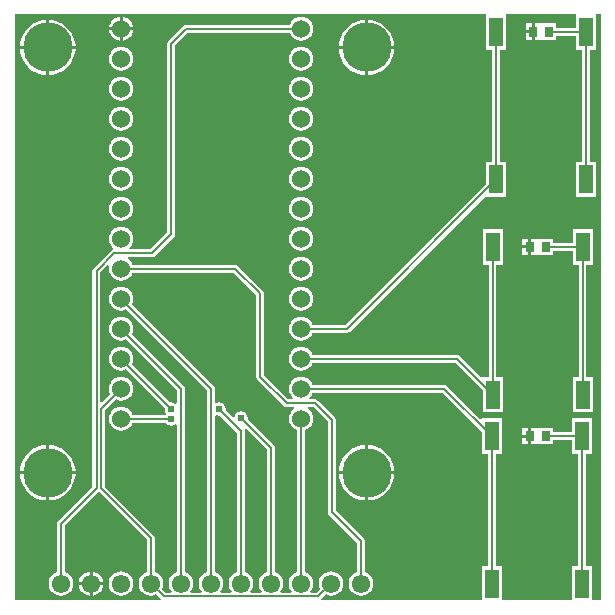
<source format=gtl>
%FSLAX23Y23*%
%MOIN*%
G70*
G01*
G75*
G04 Layer_Physical_Order=1*
G04 Layer_Color=255*
%ADD10R,0.047X0.098*%
%ADD11R,0.030X0.035*%
%ADD12C,0.006*%
%ADD13C,0.060*%
%ADD14C,0.061*%
%ADD15C,0.165*%
%ADD16C,0.024*%
G36*
X1665Y1609D02*
X1673Y1608D01*
X1676Y1608D01*
X1733Y1551D01*
Y1086D01*
X1726Y1083D01*
X1718Y1077D01*
X1711Y1069D01*
X1707Y1059D01*
X1706Y1048D01*
X1707Y1038D01*
X1711Y1028D01*
X1715Y1023D01*
X1713Y1018D01*
X1681D01*
X1678Y1023D01*
X1682Y1028D01*
X1686Y1038D01*
X1687Y1048D01*
X1686Y1059D01*
X1682Y1069D01*
X1675Y1077D01*
X1667Y1083D01*
X1660Y1086D01*
Y1607D01*
X1664Y1609D01*
X1665Y1609D01*
D02*
G37*
G36*
X1833Y1494D02*
Y1086D01*
X1826Y1083D01*
X1818Y1077D01*
X1811Y1069D01*
X1807Y1059D01*
X1806Y1048D01*
X1807Y1038D01*
X1811Y1028D01*
X1815Y1023D01*
X1813Y1018D01*
X1781D01*
X1778Y1023D01*
X1782Y1028D01*
X1786Y1038D01*
X1787Y1048D01*
X1786Y1059D01*
X1782Y1069D01*
X1775Y1077D01*
X1767Y1083D01*
X1760Y1086D01*
Y1556D01*
X1759Y1562D01*
X1759Y1562D01*
X1762Y1565D01*
X1833Y1494D01*
D02*
G37*
G36*
X1307Y2108D02*
X1308Y2108D01*
X1306Y2098D01*
X1308Y2087D01*
X1312Y2077D01*
X1318Y2069D01*
X1326Y2063D01*
X1336Y2059D01*
X1347Y2057D01*
X1357Y2059D01*
X1367Y2063D01*
X1375Y2069D01*
X1382Y2077D01*
X1384Y2084D01*
X1723D01*
X1798Y2009D01*
Y1736D01*
X1799Y1731D01*
X1802Y1727D01*
X1889Y1639D01*
X1894Y1636D01*
X1899Y1635D01*
X1922D01*
X1924Y1630D01*
X1918Y1626D01*
X1912Y1618D01*
X1908Y1608D01*
X1906Y1598D01*
X1908Y1587D01*
X1912Y1577D01*
X1918Y1569D01*
X1926Y1563D01*
X1933Y1560D01*
Y1086D01*
X1926Y1083D01*
X1918Y1077D01*
X1911Y1069D01*
X1907Y1059D01*
X1906Y1048D01*
X1907Y1038D01*
X1911Y1028D01*
X1915Y1023D01*
X1913Y1018D01*
X1881D01*
X1878Y1023D01*
X1882Y1028D01*
X1886Y1038D01*
X1887Y1048D01*
X1886Y1059D01*
X1882Y1069D01*
X1875Y1077D01*
X1867Y1083D01*
X1860Y1086D01*
Y1500D01*
X1859Y1505D01*
X1856Y1509D01*
X1769Y1597D01*
X1769Y1599D01*
X1768Y1608D01*
X1763Y1615D01*
X1755Y1620D01*
X1747Y1622D01*
X1738Y1620D01*
X1731Y1615D01*
X1726Y1608D01*
X1726Y1603D01*
X1720Y1602D01*
X1695Y1627D01*
X1695Y1630D01*
X1694Y1638D01*
X1689Y1646D01*
X1682Y1650D01*
X1673Y1652D01*
X1665Y1651D01*
X1664Y1650D01*
X1660Y1653D01*
Y1698D01*
X1659Y1703D01*
X1656Y1707D01*
X1383Y1980D01*
X1386Y1987D01*
X1387Y1998D01*
X1386Y2008D01*
X1382Y2018D01*
X1375Y2026D01*
X1367Y2033D01*
X1357Y2037D01*
X1347Y2038D01*
X1336Y2037D01*
X1326Y2033D01*
X1318Y2026D01*
X1312Y2018D01*
X1308Y2008D01*
X1306Y1998D01*
X1308Y1987D01*
X1312Y1977D01*
X1318Y1969D01*
X1326Y1963D01*
X1336Y1959D01*
X1347Y1957D01*
X1357Y1959D01*
X1364Y1962D01*
X1633Y1692D01*
Y1086D01*
X1626Y1083D01*
X1618Y1077D01*
X1611Y1069D01*
X1607Y1059D01*
X1606Y1048D01*
X1607Y1038D01*
X1611Y1028D01*
X1615Y1023D01*
X1613Y1018D01*
X1581D01*
X1578Y1023D01*
X1582Y1028D01*
X1586Y1038D01*
X1587Y1048D01*
X1586Y1059D01*
X1582Y1069D01*
X1575Y1077D01*
X1567Y1083D01*
X1560Y1086D01*
Y1698D01*
X1559Y1703D01*
X1556Y1707D01*
X1383Y1880D01*
X1386Y1887D01*
X1387Y1898D01*
X1386Y1908D01*
X1382Y1918D01*
X1375Y1926D01*
X1367Y1933D01*
X1357Y1937D01*
X1347Y1938D01*
X1336Y1937D01*
X1326Y1933D01*
X1318Y1926D01*
X1312Y1918D01*
X1308Y1908D01*
X1306Y1898D01*
X1308Y1887D01*
X1312Y1877D01*
X1318Y1869D01*
X1326Y1863D01*
X1336Y1859D01*
X1347Y1857D01*
X1357Y1859D01*
X1364Y1862D01*
X1533Y1692D01*
Y1649D01*
X1528Y1647D01*
X1523Y1650D01*
X1514Y1652D01*
X1511Y1652D01*
X1383Y1780D01*
X1386Y1787D01*
X1387Y1798D01*
X1386Y1808D01*
X1382Y1818D01*
X1375Y1826D01*
X1367Y1833D01*
X1357Y1837D01*
X1347Y1838D01*
X1336Y1837D01*
X1326Y1833D01*
X1318Y1826D01*
X1312Y1818D01*
X1308Y1808D01*
X1306Y1798D01*
X1308Y1787D01*
X1312Y1777D01*
X1318Y1769D01*
X1326Y1763D01*
X1336Y1759D01*
X1347Y1757D01*
X1357Y1759D01*
X1364Y1762D01*
X1493Y1633D01*
X1492Y1630D01*
X1494Y1621D01*
X1497Y1617D01*
X1497Y1615D01*
X1495Y1611D01*
X1384D01*
X1382Y1618D01*
X1375Y1626D01*
X1367Y1633D01*
X1357Y1637D01*
X1347Y1638D01*
X1336Y1637D01*
X1326Y1633D01*
X1318Y1626D01*
X1312Y1618D01*
X1308Y1608D01*
X1306Y1598D01*
X1308Y1587D01*
X1312Y1577D01*
X1318Y1569D01*
X1326Y1563D01*
X1336Y1559D01*
X1347Y1557D01*
X1357Y1559D01*
X1367Y1563D01*
X1375Y1569D01*
X1382Y1577D01*
X1384Y1584D01*
X1495D01*
X1498Y1580D01*
X1505Y1575D01*
X1514Y1573D01*
X1522Y1575D01*
X1528Y1579D01*
X1533Y1577D01*
Y1086D01*
X1526Y1083D01*
X1518Y1077D01*
X1511Y1069D01*
X1507Y1059D01*
X1506Y1048D01*
X1507Y1038D01*
X1511Y1028D01*
X1515Y1023D01*
X1513Y1018D01*
X1495D01*
X1483Y1031D01*
X1486Y1038D01*
X1487Y1048D01*
X1486Y1059D01*
X1482Y1069D01*
X1475Y1077D01*
X1467Y1083D01*
X1460Y1086D01*
Y1199D01*
X1460Y1199D01*
X1459Y1204D01*
X1456Y1208D01*
X1294Y1371D01*
Y1626D01*
X1329Y1662D01*
X1336Y1659D01*
X1347Y1657D01*
X1357Y1659D01*
X1367Y1663D01*
X1375Y1669D01*
X1382Y1677D01*
X1386Y1687D01*
X1387Y1698D01*
X1386Y1708D01*
X1382Y1718D01*
X1375Y1726D01*
X1367Y1733D01*
X1357Y1737D01*
X1347Y1738D01*
X1336Y1737D01*
X1326Y1733D01*
X1318Y1726D01*
X1312Y1718D01*
X1308Y1708D01*
X1306Y1698D01*
X1308Y1687D01*
X1311Y1680D01*
X1282Y1652D01*
X1278Y1654D01*
Y2085D01*
X1302Y2109D01*
X1307Y2108D01*
D02*
G37*
G36*
X2945Y992D02*
X2916D01*
Y1106D01*
X2896D01*
Y1480D01*
X2916D01*
Y1599D01*
X2849D01*
Y1553D01*
X2787D01*
Y1567D01*
X2738D01*
X2737Y1567D01*
X2735D01*
X2733D01*
X2732Y1567D01*
X2714D01*
Y1539D01*
Y1512D01*
X2732D01*
X2733Y1512D01*
X2735D01*
X2737D01*
X2738Y1512D01*
X2787D01*
Y1526D01*
X2849D01*
Y1480D01*
X2869D01*
Y1106D01*
X2849D01*
Y992D01*
X2616D01*
Y1106D01*
X2596D01*
Y1480D01*
X2616D01*
Y1599D01*
X2549D01*
Y1598D01*
X2544Y1596D01*
X2433Y1707D01*
X2429Y1710D01*
X2424Y1711D01*
X1984D01*
X1982Y1718D01*
X1975Y1726D01*
X1967Y1733D01*
X1957Y1737D01*
X1947Y1738D01*
X1936Y1737D01*
X1926Y1733D01*
X1918Y1726D01*
X1912Y1718D01*
X1908Y1708D01*
X1906Y1698D01*
X1908Y1687D01*
X1912Y1677D01*
X1918Y1669D01*
X1921Y1667D01*
X1919Y1662D01*
X1904D01*
X1824Y1742D01*
Y2015D01*
X1823Y2020D01*
X1820Y2024D01*
X1738Y2107D01*
X1733Y2110D01*
X1728Y2111D01*
X1384D01*
X1382Y2118D01*
X1375Y2126D01*
X1370Y2130D01*
X1371Y2135D01*
X1450D01*
X1455Y2136D01*
X1459Y2139D01*
X1523Y2203D01*
X1526Y2208D01*
X1527Y2213D01*
Y2843D01*
X1568Y2884D01*
X1909D01*
X1912Y2877D01*
X1918Y2869D01*
X1926Y2863D01*
X1936Y2859D01*
X1947Y2857D01*
X1957Y2859D01*
X1967Y2863D01*
X1975Y2869D01*
X1982Y2877D01*
X1986Y2887D01*
X1987Y2898D01*
X1986Y2908D01*
X1982Y2918D01*
X1975Y2926D01*
X1967Y2933D01*
X1957Y2937D01*
X1947Y2938D01*
X1936Y2937D01*
X1926Y2933D01*
X1918Y2926D01*
X1912Y2918D01*
X1909Y2911D01*
X1563D01*
X1558Y2910D01*
X1554Y2907D01*
X1504Y2858D01*
X1502Y2853D01*
X1501Y2848D01*
Y2218D01*
X1444Y2162D01*
X1374D01*
X1372Y2167D01*
X1375Y2169D01*
X1382Y2177D01*
X1386Y2187D01*
X1387Y2198D01*
X1386Y2208D01*
X1382Y2218D01*
X1375Y2226D01*
X1367Y2233D01*
X1357Y2237D01*
X1347Y2238D01*
X1336Y2237D01*
X1326Y2233D01*
X1318Y2226D01*
X1312Y2218D01*
X1308Y2208D01*
X1306Y2198D01*
X1308Y2187D01*
X1312Y2177D01*
X1318Y2169D01*
X1321Y2167D01*
X1320Y2161D01*
X1318Y2161D01*
X1313Y2158D01*
X1255Y2100D01*
X1252Y2095D01*
X1251Y2090D01*
Y1371D01*
X1137Y1257D01*
X1134Y1253D01*
X1133Y1248D01*
Y1086D01*
X1126Y1083D01*
X1118Y1077D01*
X1111Y1069D01*
X1107Y1059D01*
X1106Y1048D01*
X1107Y1038D01*
X1111Y1028D01*
X1118Y1019D01*
X1126Y1013D01*
X1136Y1009D01*
X1147Y1008D01*
X1157Y1009D01*
X1167Y1013D01*
X1175Y1019D01*
X1182Y1028D01*
X1186Y1038D01*
X1187Y1048D01*
X1186Y1059D01*
X1182Y1069D01*
X1175Y1077D01*
X1167Y1083D01*
X1160Y1086D01*
Y1243D01*
X1272Y1355D01*
X1433Y1194D01*
Y1086D01*
X1426Y1083D01*
X1418Y1077D01*
X1411Y1069D01*
X1407Y1059D01*
X1406Y1048D01*
X1407Y1038D01*
X1411Y1028D01*
X1418Y1019D01*
X1426Y1013D01*
X1436Y1009D01*
X1447Y1008D01*
X1457Y1009D01*
X1464Y1012D01*
X1479Y997D01*
X1477Y992D01*
X992D01*
Y2945D01*
X2563D01*
Y2828D01*
X2584D01*
Y2454D01*
X2563D01*
Y2380D01*
X2095Y1911D01*
X1984D01*
X1982Y1918D01*
X1975Y1926D01*
X1967Y1933D01*
X1957Y1937D01*
X1947Y1938D01*
X1936Y1937D01*
X1926Y1933D01*
X1918Y1926D01*
X1912Y1918D01*
X1908Y1908D01*
X1906Y1898D01*
X1908Y1887D01*
X1912Y1877D01*
X1918Y1869D01*
X1926Y1863D01*
X1936Y1859D01*
X1947Y1857D01*
X1957Y1859D01*
X1967Y1863D01*
X1975Y1869D01*
X1982Y1877D01*
X1984Y1884D01*
X2100D01*
X2105Y1885D01*
X2109Y1888D01*
X2559Y2338D01*
X2563Y2336D01*
Y2335D01*
X2631D01*
Y2454D01*
X2610D01*
Y2828D01*
X2631D01*
Y2945D01*
X2863D01*
Y2900D01*
X2798D01*
Y2915D01*
X2750D01*
X2749Y2915D01*
X2747D01*
X2745D01*
X2744Y2915D01*
X2725D01*
Y2887D01*
Y2859D01*
X2744D01*
X2745Y2859D01*
X2747D01*
X2749D01*
X2750Y2859D01*
X2798D01*
Y2874D01*
X2863D01*
Y2828D01*
X2884D01*
Y2454D01*
X2863D01*
Y2335D01*
X2931D01*
Y2454D01*
X2910D01*
Y2828D01*
X2931D01*
Y2945D01*
X2945D01*
Y992D01*
D02*
G37*
G36*
X2549Y1554D02*
Y1480D01*
X2569D01*
Y1106D01*
X2549D01*
Y992D01*
X2016D01*
X2014Y997D01*
X2029Y1012D01*
X2036Y1009D01*
X2047Y1008D01*
X2057Y1009D01*
X2067Y1013D01*
X2075Y1019D01*
X2082Y1028D01*
X2086Y1038D01*
X2087Y1048D01*
X2086Y1059D01*
X2082Y1069D01*
X2075Y1077D01*
X2067Y1083D01*
X2057Y1088D01*
X2047Y1089D01*
X2036Y1088D01*
X2026Y1083D01*
X2018Y1077D01*
X2011Y1069D01*
X2007Y1059D01*
X2006Y1048D01*
X2007Y1038D01*
X2010Y1031D01*
X1998Y1018D01*
X1981D01*
X1978Y1023D01*
X1982Y1028D01*
X1986Y1038D01*
X1987Y1048D01*
X1986Y1059D01*
X1982Y1069D01*
X1975Y1077D01*
X1967Y1083D01*
X1960Y1086D01*
Y1560D01*
X1967Y1563D01*
X1975Y1569D01*
X1982Y1577D01*
X1986Y1587D01*
X1987Y1598D01*
X1986Y1608D01*
X1982Y1618D01*
X1975Y1626D01*
X1970Y1630D01*
X1971Y1635D01*
X1989D01*
X2036Y1588D01*
Y1286D01*
X2037Y1281D01*
X2040Y1277D01*
X2133Y1183D01*
Y1086D01*
X2126Y1083D01*
X2118Y1077D01*
X2111Y1069D01*
X2107Y1059D01*
X2106Y1048D01*
X2107Y1038D01*
X2111Y1028D01*
X2118Y1019D01*
X2126Y1013D01*
X2136Y1009D01*
X2147Y1008D01*
X2157Y1009D01*
X2167Y1013D01*
X2175Y1019D01*
X2182Y1028D01*
X2186Y1038D01*
X2187Y1048D01*
X2186Y1059D01*
X2182Y1069D01*
X2175Y1077D01*
X2167Y1083D01*
X2160Y1086D01*
Y1189D01*
X2159Y1194D01*
X2156Y1198D01*
X2062Y1292D01*
Y1594D01*
X2061Y1599D01*
X2059Y1603D01*
X2003Y1658D01*
X1999Y1661D01*
X1994Y1662D01*
X1974D01*
X1972Y1667D01*
X1975Y1669D01*
X1982Y1677D01*
X1984Y1684D01*
X2419D01*
X2549Y1554D01*
D02*
G37*
%LPC*%
G36*
X2704Y1567D02*
X2684D01*
Y1544D01*
X2704D01*
Y1567D01*
D02*
G37*
G36*
X2619Y2229D02*
X2552D01*
Y2111D01*
X2572D01*
Y1737D01*
X2552D01*
Y1737D01*
X2547Y1735D01*
X2475Y1807D01*
X2471Y1810D01*
X2466Y1811D01*
X1984D01*
X1982Y1818D01*
X1975Y1826D01*
X1967Y1833D01*
X1957Y1837D01*
X1947Y1838D01*
X1936Y1837D01*
X1926Y1833D01*
X1918Y1826D01*
X1912Y1818D01*
X1908Y1808D01*
X1906Y1798D01*
X1908Y1787D01*
X1912Y1777D01*
X1918Y1769D01*
X1926Y1763D01*
X1936Y1759D01*
X1947Y1757D01*
X1957Y1759D01*
X1967Y1763D01*
X1975Y1769D01*
X1982Y1777D01*
X1984Y1784D01*
X2460D01*
X2552Y1693D01*
Y1619D01*
X2619D01*
Y1737D01*
X2598D01*
Y2111D01*
X2619D01*
Y2229D01*
D02*
G37*
G36*
X2704Y1534D02*
X2684D01*
Y1512D01*
X2704D01*
Y1534D01*
D02*
G37*
G36*
X2170Y1510D02*
Y1422D01*
X2258D01*
X2257Y1435D01*
X2251Y1453D01*
X2243Y1469D01*
X2231Y1483D01*
X2217Y1495D01*
X2201Y1503D01*
X2184Y1509D01*
X2170Y1510D01*
D02*
G37*
G36*
X2160D02*
X2147Y1509D01*
X2130Y1503D01*
X2114Y1495D01*
X2100Y1483D01*
X2088Y1469D01*
X2079Y1453D01*
X2074Y1435D01*
X2073Y1422D01*
X2160D01*
Y1510D01*
D02*
G37*
G36*
X1947Y2038D02*
X1936Y2037D01*
X1926Y2033D01*
X1918Y2026D01*
X1912Y2018D01*
X1908Y2008D01*
X1906Y1998D01*
X1908Y1987D01*
X1912Y1977D01*
X1918Y1969D01*
X1926Y1963D01*
X1936Y1959D01*
X1947Y1957D01*
X1957Y1959D01*
X1967Y1963D01*
X1975Y1969D01*
X1982Y1977D01*
X1986Y1987D01*
X1987Y1998D01*
X1986Y2008D01*
X1982Y2018D01*
X1975Y2026D01*
X1967Y2033D01*
X1957Y2037D01*
X1947Y2038D01*
D02*
G37*
G36*
Y2238D02*
X1936Y2237D01*
X1926Y2233D01*
X1918Y2226D01*
X1912Y2218D01*
X1908Y2208D01*
X1906Y2198D01*
X1908Y2187D01*
X1912Y2177D01*
X1918Y2169D01*
X1926Y2163D01*
X1936Y2159D01*
X1947Y2157D01*
X1957Y2159D01*
X1967Y2163D01*
X1975Y2169D01*
X1982Y2177D01*
X1986Y2187D01*
X1987Y2198D01*
X1986Y2208D01*
X1982Y2218D01*
X1975Y2226D01*
X1967Y2233D01*
X1957Y2237D01*
X1947Y2238D01*
D02*
G37*
G36*
X2704Y2198D02*
X2684D01*
Y2175D01*
X2704D01*
Y2198D01*
D02*
G37*
G36*
X2919Y2229D02*
X2852D01*
Y2184D01*
X2787D01*
Y2198D01*
X2738D01*
X2737Y2198D01*
X2735D01*
X2733D01*
X2732Y2198D01*
X2714D01*
Y2170D01*
Y2143D01*
X2732D01*
X2733Y2143D01*
X2735D01*
X2737D01*
X2738Y2143D01*
X2787D01*
Y2157D01*
X2852D01*
Y2111D01*
X2872D01*
Y1737D01*
X2852D01*
Y1619D01*
X2919D01*
Y1737D01*
X2898D01*
Y2111D01*
X2919D01*
Y2229D01*
D02*
G37*
G36*
X1947Y2138D02*
X1936Y2137D01*
X1926Y2133D01*
X1918Y2126D01*
X1912Y2118D01*
X1908Y2108D01*
X1906Y2098D01*
X1908Y2087D01*
X1912Y2077D01*
X1918Y2069D01*
X1926Y2063D01*
X1936Y2059D01*
X1947Y2057D01*
X1957Y2059D01*
X1967Y2063D01*
X1975Y2069D01*
X1982Y2077D01*
X1986Y2087D01*
X1987Y2098D01*
X1986Y2108D01*
X1982Y2118D01*
X1975Y2126D01*
X1967Y2133D01*
X1957Y2137D01*
X1947Y2138D01*
D02*
G37*
G36*
X2704Y2165D02*
X2684D01*
Y2143D01*
X2704D01*
Y2165D01*
D02*
G37*
G36*
X1242Y1088D02*
X1236Y1088D01*
X1226Y1083D01*
X1218Y1077D01*
X1211Y1069D01*
X1207Y1059D01*
X1207Y1053D01*
X1242D01*
Y1088D01*
D02*
G37*
G36*
X1252D02*
Y1053D01*
X1287D01*
X1286Y1059D01*
X1282Y1069D01*
X1275Y1077D01*
X1267Y1083D01*
X1257Y1088D01*
X1252Y1088D01*
D02*
G37*
G36*
X1287Y1043D02*
X1252D01*
Y1008D01*
X1257Y1009D01*
X1267Y1013D01*
X1275Y1019D01*
X1282Y1028D01*
X1286Y1038D01*
X1287Y1043D01*
D02*
G37*
G36*
X1347Y1089D02*
X1336Y1088D01*
X1326Y1083D01*
X1318Y1077D01*
X1311Y1069D01*
X1307Y1059D01*
X1306Y1048D01*
X1307Y1038D01*
X1311Y1028D01*
X1318Y1019D01*
X1326Y1013D01*
X1336Y1009D01*
X1347Y1008D01*
X1357Y1009D01*
X1367Y1013D01*
X1375Y1019D01*
X1382Y1028D01*
X1386Y1038D01*
X1387Y1048D01*
X1386Y1059D01*
X1382Y1069D01*
X1375Y1077D01*
X1367Y1083D01*
X1357Y1088D01*
X1347Y1089D01*
D02*
G37*
G36*
X1242Y1043D02*
X1207D01*
X1207Y1038D01*
X1211Y1028D01*
X1218Y1019D01*
X1226Y1013D01*
X1236Y1009D01*
X1242Y1008D01*
Y1043D01*
D02*
G37*
G36*
X1097Y1412D02*
X1010D01*
X1011Y1399D01*
X1016Y1382D01*
X1025Y1366D01*
X1037Y1351D01*
X1051Y1340D01*
X1067Y1331D01*
X1084Y1326D01*
X1097Y1325D01*
Y1412D01*
D02*
G37*
G36*
Y1510D02*
X1084Y1509D01*
X1067Y1503D01*
X1051Y1495D01*
X1037Y1483D01*
X1025Y1469D01*
X1016Y1453D01*
X1011Y1435D01*
X1010Y1422D01*
X1097D01*
Y1510D01*
D02*
G37*
G36*
X1107D02*
Y1422D01*
X1195D01*
X1194Y1435D01*
X1188Y1453D01*
X1180Y1469D01*
X1168Y1483D01*
X1154Y1495D01*
X1138Y1503D01*
X1121Y1509D01*
X1107Y1510D01*
D02*
G37*
G36*
X2258Y1412D02*
X2170D01*
Y1325D01*
X2184Y1326D01*
X2201Y1331D01*
X2217Y1340D01*
X2231Y1351D01*
X2243Y1366D01*
X2251Y1382D01*
X2257Y1399D01*
X2258Y1412D01*
D02*
G37*
G36*
X1195D02*
X1107D01*
Y1325D01*
X1121Y1326D01*
X1138Y1331D01*
X1154Y1340D01*
X1168Y1351D01*
X1180Y1366D01*
X1188Y1382D01*
X1194Y1399D01*
X1195Y1412D01*
D02*
G37*
G36*
X2160D02*
X2073D01*
X2074Y1399D01*
X2079Y1382D01*
X2088Y1366D01*
X2100Y1351D01*
X2114Y1340D01*
X2130Y1331D01*
X2147Y1326D01*
X2160Y1325D01*
Y1412D01*
D02*
G37*
G36*
X1097Y2927D02*
X1084Y2926D01*
X1067Y2921D01*
X1051Y2912D01*
X1037Y2900D01*
X1025Y2886D01*
X1016Y2870D01*
X1011Y2853D01*
X1010Y2840D01*
X1097D01*
Y2927D01*
D02*
G37*
G36*
X1107D02*
Y2840D01*
X1195D01*
X1194Y2853D01*
X1188Y2870D01*
X1180Y2886D01*
X1168Y2900D01*
X1154Y2912D01*
X1138Y2921D01*
X1121Y2926D01*
X1107Y2927D01*
D02*
G37*
G36*
X2160D02*
X2147Y2926D01*
X2130Y2921D01*
X2114Y2912D01*
X2100Y2900D01*
X2088Y2886D01*
X2079Y2870D01*
X2074Y2853D01*
X2073Y2840D01*
X2160D01*
Y2927D01*
D02*
G37*
G36*
X2258Y2830D02*
X2170D01*
Y2742D01*
X2184Y2743D01*
X2201Y2749D01*
X2217Y2757D01*
X2231Y2769D01*
X2243Y2783D01*
X2251Y2799D01*
X2257Y2816D01*
X2258Y2830D01*
D02*
G37*
G36*
X1347Y2838D02*
X1336Y2837D01*
X1326Y2833D01*
X1318Y2826D01*
X1312Y2818D01*
X1308Y2808D01*
X1306Y2798D01*
X1308Y2787D01*
X1312Y2777D01*
X1318Y2769D01*
X1326Y2763D01*
X1336Y2759D01*
X1347Y2757D01*
X1357Y2759D01*
X1367Y2763D01*
X1375Y2769D01*
X1382Y2777D01*
X1386Y2787D01*
X1387Y2798D01*
X1386Y2808D01*
X1382Y2818D01*
X1375Y2826D01*
X1367Y2833D01*
X1357Y2837D01*
X1347Y2838D01*
D02*
G37*
G36*
X1947D02*
X1936Y2837D01*
X1926Y2833D01*
X1918Y2826D01*
X1912Y2818D01*
X1908Y2808D01*
X1906Y2798D01*
X1908Y2787D01*
X1912Y2777D01*
X1918Y2769D01*
X1926Y2763D01*
X1936Y2759D01*
X1947Y2757D01*
X1957Y2759D01*
X1967Y2763D01*
X1975Y2769D01*
X1982Y2777D01*
X1986Y2787D01*
X1987Y2798D01*
X1986Y2808D01*
X1982Y2818D01*
X1975Y2826D01*
X1967Y2833D01*
X1957Y2837D01*
X1947Y2838D01*
D02*
G37*
G36*
X2170Y2927D02*
Y2840D01*
X2258D01*
X2257Y2853D01*
X2251Y2870D01*
X2243Y2886D01*
X2231Y2900D01*
X2217Y2912D01*
X2201Y2921D01*
X2184Y2926D01*
X2170Y2927D01*
D02*
G37*
G36*
X2715Y2915D02*
X2696D01*
Y2892D01*
X2715D01*
Y2915D01*
D02*
G37*
G36*
X1342Y2937D02*
X1336Y2937D01*
X1326Y2933D01*
X1318Y2926D01*
X1312Y2918D01*
X1308Y2908D01*
X1307Y2903D01*
X1342D01*
Y2937D01*
D02*
G37*
G36*
X1352D02*
Y2903D01*
X1386D01*
X1386Y2908D01*
X1382Y2918D01*
X1375Y2926D01*
X1367Y2933D01*
X1357Y2937D01*
X1352Y2937D01*
D02*
G37*
G36*
X1342Y2893D02*
X1307D01*
X1308Y2887D01*
X1312Y2877D01*
X1318Y2869D01*
X1326Y2863D01*
X1336Y2859D01*
X1342Y2858D01*
Y2893D01*
D02*
G37*
G36*
X1386D02*
X1352D01*
Y2858D01*
X1357Y2859D01*
X1367Y2863D01*
X1375Y2869D01*
X1382Y2877D01*
X1386Y2887D01*
X1386Y2893D01*
D02*
G37*
G36*
X2715Y2882D02*
X2696D01*
Y2859D01*
X2715D01*
Y2882D01*
D02*
G37*
G36*
X1947Y2438D02*
X1936Y2437D01*
X1926Y2433D01*
X1918Y2426D01*
X1912Y2418D01*
X1908Y2408D01*
X1906Y2398D01*
X1908Y2387D01*
X1912Y2377D01*
X1918Y2369D01*
X1926Y2363D01*
X1936Y2359D01*
X1947Y2357D01*
X1957Y2359D01*
X1967Y2363D01*
X1975Y2369D01*
X1982Y2377D01*
X1986Y2387D01*
X1987Y2398D01*
X1986Y2408D01*
X1982Y2418D01*
X1975Y2426D01*
X1967Y2433D01*
X1957Y2437D01*
X1947Y2438D01*
D02*
G37*
G36*
X1347Y2538D02*
X1336Y2537D01*
X1326Y2533D01*
X1318Y2526D01*
X1312Y2518D01*
X1308Y2508D01*
X1306Y2498D01*
X1308Y2487D01*
X1312Y2477D01*
X1318Y2469D01*
X1326Y2463D01*
X1336Y2459D01*
X1347Y2457D01*
X1357Y2459D01*
X1367Y2463D01*
X1375Y2469D01*
X1382Y2477D01*
X1386Y2487D01*
X1387Y2498D01*
X1386Y2508D01*
X1382Y2518D01*
X1375Y2526D01*
X1367Y2533D01*
X1357Y2537D01*
X1347Y2538D01*
D02*
G37*
G36*
X1947D02*
X1936Y2537D01*
X1926Y2533D01*
X1918Y2526D01*
X1912Y2518D01*
X1908Y2508D01*
X1906Y2498D01*
X1908Y2487D01*
X1912Y2477D01*
X1918Y2469D01*
X1926Y2463D01*
X1936Y2459D01*
X1947Y2457D01*
X1957Y2459D01*
X1967Y2463D01*
X1975Y2469D01*
X1982Y2477D01*
X1986Y2487D01*
X1987Y2498D01*
X1986Y2508D01*
X1982Y2518D01*
X1975Y2526D01*
X1967Y2533D01*
X1957Y2537D01*
X1947Y2538D01*
D02*
G37*
G36*
X1347Y2338D02*
X1336Y2337D01*
X1326Y2333D01*
X1318Y2326D01*
X1312Y2318D01*
X1308Y2308D01*
X1306Y2298D01*
X1308Y2287D01*
X1312Y2277D01*
X1318Y2269D01*
X1326Y2263D01*
X1336Y2259D01*
X1347Y2257D01*
X1357Y2259D01*
X1367Y2263D01*
X1375Y2269D01*
X1382Y2277D01*
X1386Y2287D01*
X1387Y2298D01*
X1386Y2308D01*
X1382Y2318D01*
X1375Y2326D01*
X1367Y2333D01*
X1357Y2337D01*
X1347Y2338D01*
D02*
G37*
G36*
X1947D02*
X1936Y2337D01*
X1926Y2333D01*
X1918Y2326D01*
X1912Y2318D01*
X1908Y2308D01*
X1906Y2298D01*
X1908Y2287D01*
X1912Y2277D01*
X1918Y2269D01*
X1926Y2263D01*
X1936Y2259D01*
X1947Y2257D01*
X1957Y2259D01*
X1967Y2263D01*
X1975Y2269D01*
X1982Y2277D01*
X1986Y2287D01*
X1987Y2298D01*
X1986Y2308D01*
X1982Y2318D01*
X1975Y2326D01*
X1967Y2333D01*
X1957Y2337D01*
X1947Y2338D01*
D02*
G37*
G36*
X1347Y2438D02*
X1336Y2437D01*
X1326Y2433D01*
X1318Y2426D01*
X1312Y2418D01*
X1308Y2408D01*
X1306Y2398D01*
X1308Y2387D01*
X1312Y2377D01*
X1318Y2369D01*
X1326Y2363D01*
X1336Y2359D01*
X1347Y2357D01*
X1357Y2359D01*
X1367Y2363D01*
X1375Y2369D01*
X1382Y2377D01*
X1386Y2387D01*
X1387Y2398D01*
X1386Y2408D01*
X1382Y2418D01*
X1375Y2426D01*
X1367Y2433D01*
X1357Y2437D01*
X1347Y2438D01*
D02*
G37*
G36*
Y2638D02*
X1336Y2637D01*
X1326Y2633D01*
X1318Y2626D01*
X1312Y2618D01*
X1308Y2608D01*
X1306Y2598D01*
X1308Y2587D01*
X1312Y2577D01*
X1318Y2569D01*
X1326Y2563D01*
X1336Y2559D01*
X1347Y2557D01*
X1357Y2559D01*
X1367Y2563D01*
X1375Y2569D01*
X1382Y2577D01*
X1386Y2587D01*
X1387Y2598D01*
X1386Y2608D01*
X1382Y2618D01*
X1375Y2626D01*
X1367Y2633D01*
X1357Y2637D01*
X1347Y2638D01*
D02*
G37*
G36*
X1097Y2830D02*
X1010D01*
X1011Y2816D01*
X1016Y2799D01*
X1025Y2783D01*
X1037Y2769D01*
X1051Y2757D01*
X1067Y2749D01*
X1084Y2743D01*
X1097Y2742D01*
Y2830D01*
D02*
G37*
G36*
X1195D02*
X1107D01*
Y2742D01*
X1121Y2743D01*
X1138Y2749D01*
X1154Y2757D01*
X1168Y2769D01*
X1180Y2783D01*
X1188Y2799D01*
X1194Y2816D01*
X1195Y2830D01*
D02*
G37*
G36*
X2160D02*
X2073D01*
X2074Y2816D01*
X2079Y2799D01*
X2088Y2783D01*
X2100Y2769D01*
X2114Y2757D01*
X2130Y2749D01*
X2147Y2743D01*
X2160Y2742D01*
Y2830D01*
D02*
G37*
G36*
X1947Y2638D02*
X1936Y2637D01*
X1926Y2633D01*
X1918Y2626D01*
X1912Y2618D01*
X1908Y2608D01*
X1906Y2598D01*
X1908Y2587D01*
X1912Y2577D01*
X1918Y2569D01*
X1926Y2563D01*
X1936Y2559D01*
X1947Y2557D01*
X1957Y2559D01*
X1967Y2563D01*
X1975Y2569D01*
X1982Y2577D01*
X1986Y2587D01*
X1987Y2598D01*
X1986Y2608D01*
X1982Y2618D01*
X1975Y2626D01*
X1967Y2633D01*
X1957Y2637D01*
X1947Y2638D01*
D02*
G37*
G36*
X1347Y2738D02*
X1336Y2737D01*
X1326Y2733D01*
X1318Y2726D01*
X1312Y2718D01*
X1308Y2708D01*
X1306Y2698D01*
X1308Y2687D01*
X1312Y2677D01*
X1318Y2669D01*
X1326Y2663D01*
X1336Y2659D01*
X1347Y2657D01*
X1357Y2659D01*
X1367Y2663D01*
X1375Y2669D01*
X1382Y2677D01*
X1386Y2687D01*
X1387Y2698D01*
X1386Y2708D01*
X1382Y2718D01*
X1375Y2726D01*
X1367Y2733D01*
X1357Y2737D01*
X1347Y2738D01*
D02*
G37*
G36*
X1947D02*
X1936Y2737D01*
X1926Y2733D01*
X1918Y2726D01*
X1912Y2718D01*
X1908Y2708D01*
X1906Y2698D01*
X1908Y2687D01*
X1912Y2677D01*
X1918Y2669D01*
X1926Y2663D01*
X1936Y2659D01*
X1947Y2657D01*
X1957Y2659D01*
X1967Y2663D01*
X1975Y2669D01*
X1982Y2677D01*
X1986Y2687D01*
X1987Y2698D01*
X1986Y2708D01*
X1982Y2718D01*
X1975Y2726D01*
X1967Y2733D01*
X1957Y2737D01*
X1947Y2738D01*
D02*
G37*
%LPD*%
D10*
X2582Y1047D02*
D03*
X2882Y1539D02*
D03*
X2582D02*
D03*
X2882Y1047D02*
D03*
X2585Y1678D02*
D03*
X2885Y2170D02*
D03*
X2585D02*
D03*
X2885Y1678D02*
D03*
X2597Y2395D02*
D03*
X2897Y2887D02*
D03*
X2597D02*
D03*
X2897Y2395D02*
D03*
D11*
X2762Y1539D02*
D03*
X2709D02*
D03*
X2762Y2170D02*
D03*
X2709D02*
D03*
X2774Y2887D02*
D03*
X2720D02*
D03*
D12*
X2774Y2887D02*
X2897D01*
X2897Y2395D02*
Y2887D01*
X2597Y2395D02*
Y2887D01*
X2100Y1898D02*
X2597Y2395D01*
X1947Y1898D02*
X2100D01*
X2762Y2170D02*
X2885D01*
Y1678D02*
Y2170D01*
X2585Y1678D02*
Y2170D01*
X2466Y1798D02*
X2585Y1678D01*
X1947Y1798D02*
X2466D01*
X2762Y1539D02*
X2882D01*
Y1047D02*
Y1539D01*
X2582Y1047D02*
Y1539D01*
X2424Y1698D02*
X2582Y1539D01*
X1947Y1698D02*
X2424D01*
X1347Y2098D02*
X1728D01*
X1811Y2015D01*
Y1736D02*
Y2015D01*
Y1736D02*
X1899Y1649D01*
X1994D01*
X2049Y1594D01*
Y1286D02*
Y1594D01*
X1281Y1631D02*
X1347Y1698D01*
X1281Y1365D02*
Y1631D01*
Y1365D02*
X1447Y1199D01*
Y1048D02*
Y1199D01*
X2049Y1286D02*
X2147Y1189D01*
Y1048D02*
Y1189D01*
X1347Y1998D02*
X1647Y1698D01*
X1347Y1898D02*
X1547Y1698D01*
Y1048D02*
Y1698D01*
X1347Y1798D02*
X1514Y1630D01*
X1647Y1048D02*
Y1698D01*
X1747Y1048D02*
Y1556D01*
X1347Y1598D02*
X1514D01*
X1514Y1597D01*
Y1596D02*
Y1597D01*
X1673Y1630D02*
X1747Y1556D01*
X1747Y1599D02*
X1847Y1500D01*
Y1048D02*
Y1500D01*
X1947Y1048D02*
Y1598D01*
X1563Y2898D02*
X1947D01*
X1514Y2848D02*
X1563Y2898D01*
X1514Y2213D02*
Y2848D01*
X1450Y2149D02*
X1514Y2213D01*
X1323Y2149D02*
X1450D01*
X1265Y2090D02*
X1323Y2149D01*
X1265Y1366D02*
Y2090D01*
X1147Y1248D02*
X1265Y1366D01*
X1147Y1048D02*
Y1248D01*
X2003Y1005D02*
X2047Y1048D01*
X1490Y1005D02*
X2003D01*
X1447Y1048D02*
X1490Y1005D01*
D13*
X1947Y2898D02*
D03*
Y2798D02*
D03*
Y2698D02*
D03*
Y2598D02*
D03*
Y2498D02*
D03*
Y2398D02*
D03*
Y2298D02*
D03*
Y2198D02*
D03*
Y2098D02*
D03*
Y1998D02*
D03*
Y1898D02*
D03*
Y1798D02*
D03*
Y1698D02*
D03*
Y1598D02*
D03*
X1347Y2898D02*
D03*
Y1598D02*
D03*
Y1698D02*
D03*
Y1798D02*
D03*
Y1898D02*
D03*
Y1998D02*
D03*
Y2098D02*
D03*
Y2198D02*
D03*
Y2298D02*
D03*
Y2398D02*
D03*
Y2498D02*
D03*
Y2598D02*
D03*
Y2698D02*
D03*
Y2798D02*
D03*
D14*
X1147Y1048D02*
D03*
X1247D02*
D03*
X1347D02*
D03*
X1447D02*
D03*
X1547D02*
D03*
X1647D02*
D03*
X1747D02*
D03*
X1847D02*
D03*
X1947D02*
D03*
X2047D02*
D03*
X2147D02*
D03*
D15*
X1102Y2835D02*
D03*
X2165D02*
D03*
X1102Y1417D02*
D03*
X2165D02*
D03*
D16*
X1514Y1630D02*
D03*
X1673D02*
D03*
X1514Y1596D02*
D03*
X1747Y1599D02*
D03*
M02*

</source>
